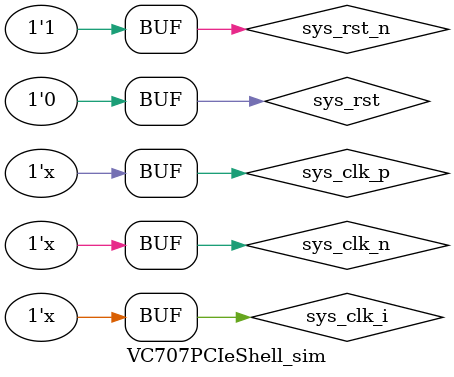
<source format=v>
`timescale 1ns/1ps

module VC707PCIeShell_sim;


   parameter CA_MIRROR             = "OFF"; // C/A mirror opt for DDR3 dual rank
   parameter CLKIN_PERIOD          = 5;  // Input Clock Period, 5000ps = 5ns = 200MHz
   parameter RESET_PERIOD          = 200; //in pSec, 200ns

   parameter SIM_BYPASS_INIT_CAL   = "FAST";
                                     // # = "SIM_INIT_CAL_FULL" -  Complete
                                     //              memory init &
                                     //              calibration sequence
                                     // # = "SKIP" - Not supported
                                     // # = "FAST" - Complete memory init & use
                                     //              abbreviated calib sequence

   parameter RST_ACT_LOW           = 0;
                                     // =1 for active low reset,
                                     // =0 for active high.

  //**************************************************************************//
  // Local parameters Declarations
  //**************************************************************************//

  localparam real TPROP_DQS          = 0.00;
                                       // Delay for DQS signal during Write Operation
  localparam real TPROP_DQS_RD       = 0.00;
                       // Delay for DQS signal during Read Operation
  localparam real TPROP_PCB_CTRL     = 0.00;
                       // Delay for Address and Ctrl signals
  localparam real TPROP_PCB_DATA     = 0.00;
                       // Delay for data signal during Write operation
  localparam real TPROP_PCB_DATA_RD  = 0.00;
                       // Delay for data signal during Read operation

  localparam MEMORY_WIDTH            = 8;
  localparam NUM_COMP                = DQ_WIDTH/MEMORY_WIDTH;

   //***************************************************************************
   // The following parameters refer to width of various ports
   //***************************************************************************
   parameter COL_WIDTH             = 10;
                                     // # of memory Column Address bits.
   parameter CS_WIDTH              = 1;
                                     // # of unique CS outputs to memory.
   parameter DM_WIDTH              = 8;
                                     // # of DM (data mask)
   parameter DQ_WIDTH              = 64;
                                     // # of DQ (data)
   parameter DQS_WIDTH             = 8;
   parameter DQS_CNT_WIDTH         = 3;
                                     // = ceil(log2(DQS_WIDTH))
   parameter DRAM_WIDTH            = 8;
                                     // # of DQ per DQS
   parameter ECC                   = "OFF";
   parameter RANKS                 = 1;
                                     // # of Ranks.
   parameter ODT_WIDTH             = 1;
                                     // # of ODT outputs to memory.
   parameter ROW_WIDTH             = 16;
                                     // # of memory Row Address bits.
   parameter ADDR_WIDTH            = 30;
                                     // # = RANK_WIDTH + BANK_WIDTH
                                     //     + ROW_WIDTH + COL_WIDTH;
                                     // Chip Select is always tied to low for
                                     // single rank devices

  //**************************************************************************//
  // Wire Declarations
  //**************************************************************************//
  reg                                sys_rst_n;
  wire                               sys_rst;


  reg                     sys_clk_i;
  wire                               sys_clk_p;
  wire                               sys_clk_n;

  wire                               ddr3_reset_n;
  wire [DQ_WIDTH-1:0]                ddr3_dq_fpga;
  wire [DQS_WIDTH-1:0]               ddr3_dqs_p_fpga;
  wire [DQS_WIDTH-1:0]               ddr3_dqs_n_fpga;
  wire [ROW_WIDTH-1:0]               ddr3_addr_fpga;
  wire [3-1:0]              ddr3_ba_fpga;
  wire                               ddr3_ras_n_fpga;
  wire                               ddr3_cas_n_fpga;
  wire                               ddr3_we_n_fpga;
  wire [1-1:0]               ddr3_cke_fpga;
  wire [1-1:0]                ddr3_ck_p_fpga;
  wire [1-1:0]                ddr3_ck_n_fpga;
    
  
  wire                               init_calib_complete;
  wire                               tg_compare_error;
  wire [(CS_WIDTH*1)-1:0] ddr3_cs_n_fpga;
    
  wire [DM_WIDTH-1:0]                ddr3_dm_fpga;
    
  wire [ODT_WIDTH-1:0]               ddr3_odt_fpga;
    
  
  reg [(CS_WIDTH*1)-1:0] ddr3_cs_n_sdram_tmp;
    
  reg [DM_WIDTH-1:0]                 ddr3_dm_sdram_tmp;
    
  reg [ODT_WIDTH-1:0]                ddr3_odt_sdram_tmp;
    

  
  wire [DQ_WIDTH-1:0]                ddr3_dq_sdram;
  reg [ROW_WIDTH-1:0]                ddr3_addr_sdram [0:1];
  reg [3-1:0]               ddr3_ba_sdram [0:1];
  reg                                ddr3_ras_n_sdram;
  reg                                ddr3_cas_n_sdram;
  reg                                ddr3_we_n_sdram;
  wire [(CS_WIDTH*1)-1:0] ddr3_cs_n_sdram;
  wire [ODT_WIDTH-1:0]               ddr3_odt_sdram;
  reg [1-1:0]                ddr3_cke_sdram;
  wire [DM_WIDTH-1:0]                ddr3_dm_sdram;
  wire [DQS_WIDTH-1:0]               ddr3_dqs_p_sdram;
  wire [DQS_WIDTH-1:0]               ddr3_dqs_n_sdram;
  reg [1-1:0]                 ddr3_ck_p_sdram;
  reg [1-1:0]                 ddr3_ck_n_sdram;
  
    

//**************************************************************************//

  //**************************************************************************//
  // Reset Generation
  //**************************************************************************//
  initial begin
    sys_rst_n = 1'b0;
    #RESET_PERIOD
      sys_rst_n = 1'b1;
   end

   assign sys_rst = RST_ACT_LOW ? sys_rst_n : ~sys_rst_n;

  //**************************************************************************//
  // Clock Generation
  //**************************************************************************//

  initial
    sys_clk_i = 1'b0;
  always
    sys_clk_i = #(CLKIN_PERIOD/2.0) ~sys_clk_i;

  assign sys_clk_p = sys_clk_i;
  assign sys_clk_n = ~sys_clk_i;


  always @( * ) begin
    ddr3_ck_p_sdram      <=  #(TPROP_PCB_CTRL) ddr3_ck_p_fpga;
    ddr3_ck_n_sdram      <=  #(TPROP_PCB_CTRL) ddr3_ck_n_fpga;
    ddr3_addr_sdram[0]   <=  #(TPROP_PCB_CTRL) ddr3_addr_fpga;
    ddr3_addr_sdram[1]   <=  #(TPROP_PCB_CTRL) (CA_MIRROR == "ON") ?
                                                 {ddr3_addr_fpga[ROW_WIDTH-1:9],
                                                  ddr3_addr_fpga[7], ddr3_addr_fpga[8],
                                                  ddr3_addr_fpga[5], ddr3_addr_fpga[6],
                                                  ddr3_addr_fpga[3], ddr3_addr_fpga[4],
                                                  ddr3_addr_fpga[2:0]} :
                                                 ddr3_addr_fpga;
    ddr3_ba_sdram[0]     <=  #(TPROP_PCB_CTRL) ddr3_ba_fpga;
    ddr3_ba_sdram[1]     <=  #(TPROP_PCB_CTRL) (CA_MIRROR == "ON") ?
                                                 {ddr3_ba_fpga[3-1:2],
                                                  ddr3_ba_fpga[0],
                                                  ddr3_ba_fpga[1]} :
                                                 ddr3_ba_fpga;
    ddr3_ras_n_sdram     <=  #(TPROP_PCB_CTRL) ddr3_ras_n_fpga;
    ddr3_cas_n_sdram     <=  #(TPROP_PCB_CTRL) ddr3_cas_n_fpga;
    ddr3_we_n_sdram      <=  #(TPROP_PCB_CTRL) ddr3_we_n_fpga;
    ddr3_cke_sdram       <=  #(TPROP_PCB_CTRL) ddr3_cke_fpga;
  end


  always @( * )
    ddr3_cs_n_sdram_tmp   <=  #(TPROP_PCB_CTRL) ddr3_cs_n_fpga;
  assign ddr3_cs_n_sdram =  ddr3_cs_n_sdram_tmp;


  always @( * )
    ddr3_dm_sdram_tmp <=  #(TPROP_PCB_DATA) ddr3_dm_fpga;//DM signal generation
  assign ddr3_dm_sdram = ddr3_dm_sdram_tmp;


  always @( * )
    ddr3_odt_sdram_tmp  <=  #(TPROP_PCB_CTRL) ddr3_odt_fpga;
  assign ddr3_odt_sdram =  ddr3_odt_sdram_tmp;


// Controlling the bi-directional BUS

  genvar dqwd;
  generate
    for (dqwd = 1;dqwd < DQ_WIDTH;dqwd = dqwd+1) begin : dq_delay
      WireDelay #
       (
        .Delay_g    (TPROP_PCB_DATA),
        .Delay_rd   (TPROP_PCB_DATA_RD),
        .ERR_INSERT ("OFF")
       )
      u_delay_dq
       (
        .A             (ddr3_dq_fpga[dqwd]),
        .B             (ddr3_dq_sdram[dqwd]),
        .reset         (sys_rst_n),
        .phy_init_done (init_calib_complete)
       );
    end
          WireDelay #
       (
        .Delay_g    (TPROP_PCB_DATA),
        .Delay_rd   (TPROP_PCB_DATA_RD),
        .ERR_INSERT ("OFF")
       )
      u_delay_dq_0
       (
        .A             (ddr3_dq_fpga[0]),
        .B             (ddr3_dq_sdram[0]),
        .reset         (sys_rst_n),
        .phy_init_done (init_calib_complete)
       );
  endgenerate

  genvar dqswd;
  generate
    for (dqswd = 0;dqswd < DQS_WIDTH;dqswd = dqswd+1) begin : dqs_delay
      WireDelay #
       (
        .Delay_g    (TPROP_DQS),
        .Delay_rd   (TPROP_DQS_RD),
        .ERR_INSERT ("OFF")
       )
      u_delay_dqs_p
       (
        .A             (ddr3_dqs_p_fpga[dqswd]),
        .B             (ddr3_dqs_p_sdram[dqswd]),
        .reset         (sys_rst_n),
        .phy_init_done (init_calib_complete)
       );

      WireDelay #
       (
        .Delay_g    (TPROP_DQS),
        .Delay_rd   (TPROP_DQS_RD),
        .ERR_INSERT ("OFF")
       )
      u_delay_dqs_n
       (
        .A             (ddr3_dqs_n_fpga[dqswd]),
        .B             (ddr3_dqs_n_sdram[dqswd]),
        .reset         (sys_rst_n),
        .phy_init_done (init_calib_complete)
       );
    end
  endgenerate


  //===========================================================================
  //                         FPGA Memory Controller
  //===========================================================================

   VC707PCIeShell dut
     (
      .ddr_ddr3_dq              (ddr3_dq_fpga),
      .ddr_ddr3_dqs_n           (ddr3_dqs_n_fpga),
      .ddr_ddr3_dqs_p           (ddr3_dqs_p_fpga),
      .ddr_ddr3_addr            (ddr3_addr_fpga),
      .ddr_ddr3_ba              (ddr3_ba_fpga),
      .ddr_ddr3_ras_n           (ddr3_ras_n_fpga),
      .ddr_ddr3_cas_n           (ddr3_cas_n_fpga),
      .ddr_ddr3_we_n            (ddr3_we_n_fpga),
      .ddr_ddr3_reset_n         (ddr3_reset_n),
      .ddr_ddr3_ck_p            (ddr3_ck_p_fpga),
      .ddr_ddr3_ck_n            (ddr3_ck_n_fpga),
      .ddr_ddr3_cke             (ddr3_cke_fpga),
      .ddr_ddr3_cs_n            (ddr3_cs_n_fpga),
      .ddr_ddr3_dm              (ddr3_dm_fpga),
      .ddr_ddr3_odt             (ddr3_odt_fpga),

      .sys_clock_p            (sys_clk_p),
      .sys_clock_n            (sys_clk_n),
      .reset             (sys_rst)
     );

  //**************************************************************************//
  // Memory Models instantiations
  //**************************************************************************//

  genvar r,i;
  generate
    for (r = 0; r < CS_WIDTH; r = r + 1) begin: mem_rnk
      for (i = 0; i < NUM_COMP; i = i + 1) begin: gen_mem
        ddr3_model u_comp_ddr3
          (
           .rst_n   (ddr3_reset_n),
           .ck      (ddr3_ck_p_sdram[(i*MEMORY_WIDTH)/72]),
           .ck_n    (ddr3_ck_n_sdram[(i*MEMORY_WIDTH)/72]),
           .cke     (ddr3_cke_sdram[((i*MEMORY_WIDTH)/72)+(1*r)]),
           .cs_n    (ddr3_cs_n_sdram[((i*MEMORY_WIDTH)/72)+(1*r)]),
           .ras_n   (ddr3_ras_n_sdram),
           .cas_n   (ddr3_cas_n_sdram),
           .we_n    (ddr3_we_n_sdram),
           .dm_tdqs (ddr3_dm_sdram[i]),
           .ba      (ddr3_ba_sdram[r]),
           .addr    (ddr3_addr_sdram[r]),
           .dq      (ddr3_dq_sdram[MEMORY_WIDTH*(i+1)-1:MEMORY_WIDTH*(i)]),
           .dqs     (ddr3_dqs_p_sdram[i]),
           .dqs_n   (ddr3_dqs_n_sdram[i]),
           .tdqs_n  (),
           .odt     (ddr3_odt_sdram[((i*MEMORY_WIDTH)/72)+(1*r)])
           );
      end
    end
  endgenerate
endmodule

</source>
